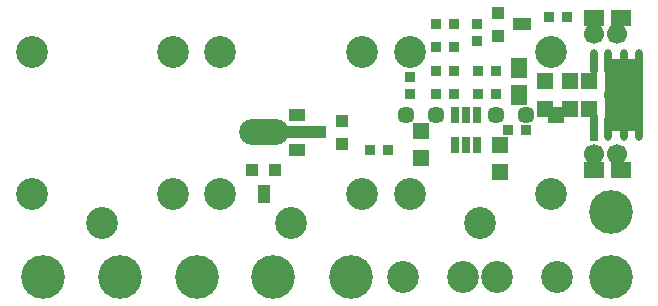
<source format=gts>
%FSLAX42Y42*%
%MOMM*%
G71*
G01*
G75*
%ADD10R,1.27X0.91*%
%ADD11R,0.91X0.91*%
%ADD12R,3.05X6.00*%
%ADD13R,0.50X2.00*%
%ADD14O,0.50X2.00*%
%ADD15R,1.25X1.25*%
%ADD16R,1.25X1.50*%
%ADD17R,1.50X1.25*%
%ADD18R,0.75X0.75*%
%ADD19R,1.30X0.90*%
%ADD20R,0.90X0.90*%
%ADD21R,0.90X1.30*%
%ADD22O,4.00X2.00*%
%ADD23R,1.25X0.90*%
%ADD24R,2.55X0.90*%
%ADD25R,0.51X1.27*%
%ADD26C,0.50*%
%ADD27C,2.00*%
%ADD28C,1.50*%
%ADD29C,0.25*%
%ADD30R,4.50X4.50*%
%ADD31R,3.35X2.00*%
%ADD32C,1.50*%
%ADD33C,2.50*%
%ADD34C,1.25*%
%ADD35C,3.50*%
%ADD36R,1.47X1.12*%
%ADD37R,1.12X1.12*%
%ADD38R,3.25X6.20*%
%ADD39R,0.70X2.20*%
%ADD40O,0.70X2.20*%
%ADD41R,1.45X1.45*%
%ADD42R,1.45X1.70*%
%ADD43R,1.70X1.45*%
%ADD44R,0.95X0.95*%
%ADD45R,1.50X1.10*%
%ADD46R,1.10X1.10*%
%ADD47R,1.10X1.50*%
%ADD48O,4.20X2.20*%
%ADD49R,1.45X1.10*%
%ADD50R,2.75X1.10*%
%ADD51R,0.71X1.47*%
%ADD52C,1.70*%
%ADD53C,2.70*%
%ADD54C,1.45*%
%ADD55C,3.70*%
D36*
X2852Y-1093D02*
D03*
D37*
X3055Y-999D02*
D03*
Y-1190D02*
D03*
D38*
X5440Y-778D02*
D03*
D39*
X5188Y-1057D02*
D03*
D40*
X5312D02*
D03*
X5442D02*
D03*
X5567D02*
D03*
Y-497D02*
D03*
X5442D02*
D03*
X5312D02*
D03*
X5188D02*
D03*
D41*
X4985Y-893D02*
D03*
Y-662D02*
D03*
X4772Y-893D02*
D03*
Y-662D02*
D03*
X4395Y-1198D02*
D03*
Y-1427D02*
D03*
X3722Y-1082D02*
D03*
Y-1312D02*
D03*
X5147Y-662D02*
D03*
Y-893D02*
D03*
X4865Y-943D02*
D03*
D42*
X4553Y-547D02*
D03*
Y-778D02*
D03*
D43*
X5188Y-123D02*
D03*
Y-1415D02*
D03*
X5417D02*
D03*
Y-123D02*
D03*
D44*
X3628Y-622D02*
D03*
Y-772D02*
D03*
X4197Y-322D02*
D03*
Y-173D02*
D03*
X4360Y-772D02*
D03*
X4210D02*
D03*
X4360Y-572D02*
D03*
X4210D02*
D03*
X3447Y-1243D02*
D03*
X3297D02*
D03*
X4810Y-120D02*
D03*
X4960D02*
D03*
X4460Y-1070D02*
D03*
X4610D02*
D03*
X3850Y-772D02*
D03*
X4000D02*
D03*
Y-372D02*
D03*
X3850D02*
D03*
X4000Y-173D02*
D03*
X3850D02*
D03*
X3850Y-572D02*
D03*
X4000D02*
D03*
D45*
X4580Y-180D02*
D03*
D46*
X4380Y-275D02*
D03*
Y-85D02*
D03*
X2488Y-1415D02*
D03*
X2298D02*
D03*
D47*
X2392Y-1615D02*
D03*
D48*
X2398Y-1093D02*
D03*
D49*
X2677Y-1243D02*
D03*
Y-943D02*
D03*
D50*
Y-1093D02*
D03*
D51*
X4105Y-1198D02*
D03*
X4010D02*
D03*
Y-943D02*
D03*
X4105D02*
D03*
X4200D02*
D03*
Y-1198D02*
D03*
D52*
X5362Y-778D02*
D03*
X5188Y-262D02*
D03*
X5388D02*
D03*
Y-1277D02*
D03*
X5188D02*
D03*
D53*
X4228Y-1865D02*
D03*
X4828Y-1615D02*
D03*
X3628Y-415D02*
D03*
Y-1615D02*
D03*
X4828Y-415D02*
D03*
X2627Y-1865D02*
D03*
X1027Y-1865D02*
D03*
X3228Y-415D02*
D03*
X1627Y-415D02*
D03*
X428D02*
D03*
X3228Y-1615D02*
D03*
X2027Y-415D02*
D03*
Y-1615D02*
D03*
X1627Y-1615D02*
D03*
X428D02*
D03*
X4880Y-2317D02*
D03*
X4370D02*
D03*
X4083D02*
D03*
X3572D02*
D03*
D54*
X4610Y-943D02*
D03*
X4360D02*
D03*
X3850D02*
D03*
X3595D02*
D03*
D55*
X5330Y-1770D02*
D03*
X1825Y-2317D02*
D03*
X3128D02*
D03*
X5330D02*
D03*
X1176D02*
D03*
X2474D02*
D03*
X528D02*
D03*
M02*

</source>
